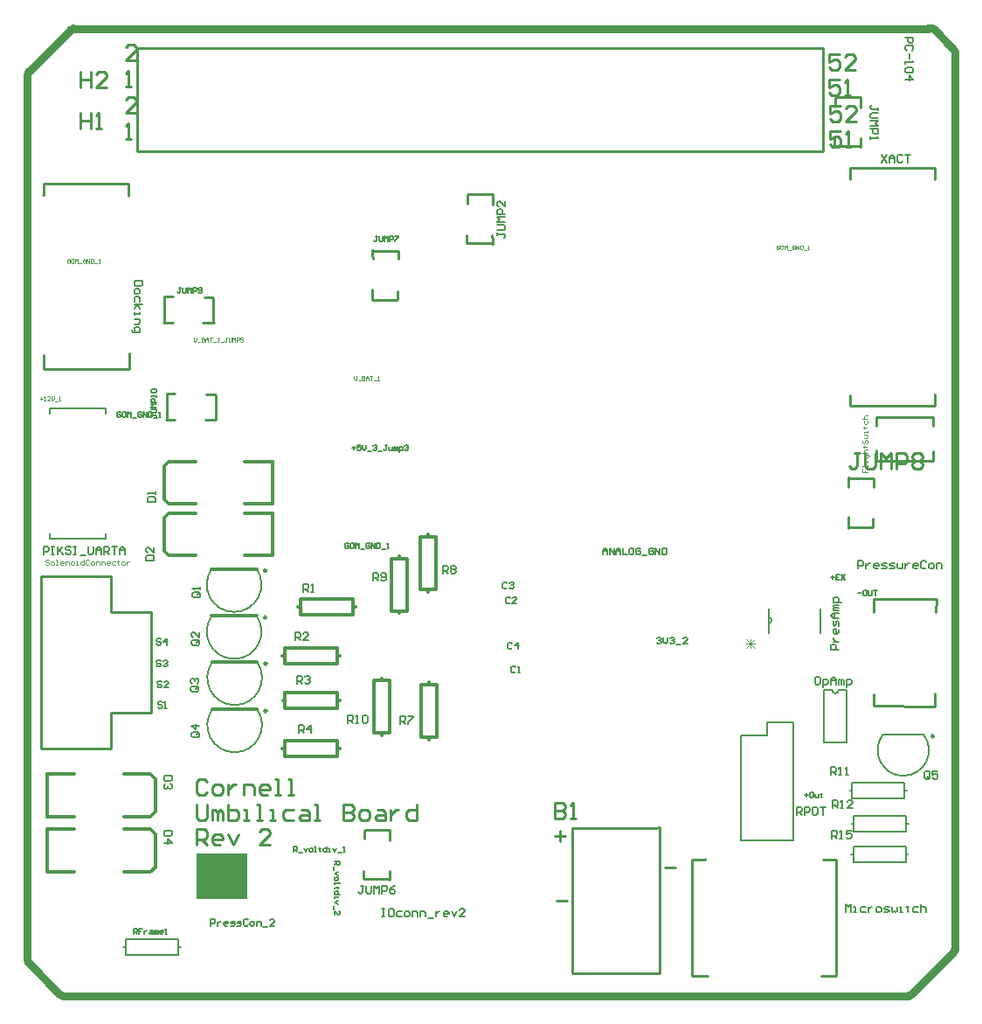
<source format=gto>
G04 Layer_Color=65535*
%FSLAX43Y43*%
%MOMM*%
G71*
G01*
G75*
%ADD22C,0.305*%
%ADD23C,0.762*%
%ADD24C,0.762*%
%ADD42C,0.254*%
%ADD71C,0.152*%
%ADD72C,0.250*%
%ADD73C,0.200*%
%ADD74C,0.127*%
%ADD75C,0.076*%
%ADD76C,0.102*%
%ADD77R,4.877X4.445*%
D22*
X18225Y28520D02*
X22567D01*
X18225Y33092D02*
X22567D01*
X18175Y37563D02*
X22516D01*
X18175Y42109D02*
X22516D01*
X34671Y25984D02*
Y26213D01*
Y31293D02*
Y31521D01*
X33909Y26213D02*
X34671D01*
X33909D02*
Y31293D01*
X35433D01*
Y26213D02*
Y31293D01*
X34671Y26213D02*
X35433D01*
X36347Y37821D02*
Y38049D01*
Y43129D02*
Y43358D01*
X35585Y38049D02*
X36347D01*
X35585D02*
Y43129D01*
X37109D01*
Y38049D02*
Y43129D01*
X36347Y38049D02*
X37109D01*
X39167Y39903D02*
Y40132D01*
Y45212D02*
Y45441D01*
X38405Y40132D02*
X39167D01*
X38405D02*
Y45212D01*
X39929D01*
Y40132D02*
Y45212D01*
X39167Y40132D02*
X39929D01*
X39192Y30912D02*
Y31140D01*
Y25603D02*
Y25832D01*
Y30912D02*
X39954D01*
Y25832D02*
Y30912D01*
X38430Y25832D02*
X39954D01*
X38430D02*
Y30912D01*
X39192D01*
X14024Y48394D02*
X16624D01*
X13574Y48844D02*
Y52044D01*
X24074Y48394D02*
Y52494D01*
X21374D02*
X24074D01*
X21374Y48394D02*
X24074D01*
X13574Y48844D02*
X14024Y48389D01*
X13574Y52044D02*
X14024Y52494D01*
X16624D01*
X14024Y43391D02*
X16624D01*
X13574Y43841D02*
Y47041D01*
X24074Y43391D02*
Y47491D01*
X21374D02*
X24074D01*
X21374Y43391D02*
X24074D01*
X13574Y43841D02*
X14024Y43386D01*
X13574Y47041D02*
X14024Y47491D01*
X16624D01*
X9639Y22243D02*
X12239D01*
X12689Y18593D02*
Y21793D01*
X2189Y18143D02*
Y22243D01*
Y18143D02*
X4889D01*
X2189Y22243D02*
X4889D01*
X12239Y22248D02*
X12689Y21793D01*
X12239Y18143D02*
X12689Y18593D01*
X9639Y18143D02*
X12239D01*
X9639Y16884D02*
X12239D01*
X12689Y13234D02*
Y16434D01*
X2189Y12784D02*
Y16884D01*
Y12784D02*
X4889D01*
X2189Y16884D02*
X4889D01*
X12239Y16889D02*
X12689Y16434D01*
X12239Y12784D02*
X12689Y13234D01*
X9639Y12784D02*
X12239D01*
X26797Y37668D02*
Y38430D01*
Y37668D02*
X31877D01*
Y39192D01*
X26797D02*
X31877D01*
X26797Y38430D02*
Y39192D01*
X31877Y38430D02*
X32106D01*
X26568D02*
X26797D01*
X25273Y32969D02*
Y33731D01*
Y32969D02*
X30353D01*
Y34493D01*
X25273D02*
X30353D01*
X25273Y33731D02*
Y34493D01*
X30353Y33731D02*
X30582D01*
X25044D02*
X25273D01*
X25298Y28600D02*
Y29362D01*
Y28600D02*
X30378D01*
Y30124D01*
X25298D02*
X30378D01*
X25298Y29362D02*
Y30124D01*
X30378Y29362D02*
X30607D01*
X25070D02*
X25298D01*
X25248Y23952D02*
Y24714D01*
Y23952D02*
X30328D01*
Y25476D01*
X25248D02*
X30328D01*
X25248Y24714D02*
Y25476D01*
X30328Y24714D02*
X30556D01*
X25019D02*
X25248D01*
D23*
X90170Y92202D02*
G03*
X90058Y92472I-381J0D01*
G01*
X90170Y92202D02*
G03*
X90058Y92471I-381J0D01*
G01*
X88154Y94376D02*
G03*
X87694Y94437I-270J-269D01*
G01*
X88153Y94376D02*
G03*
X87694Y94437I-269J-269D01*
G01*
X90058Y4988D02*
G03*
X90170Y5258I-269J269D01*
G01*
X90058Y4988D02*
G03*
X90170Y5258I-269J270D01*
G01*
X85700Y787D02*
G03*
X85969Y899I0J381D01*
G01*
X85700Y787D02*
G03*
X85969Y899I0J381D01*
G01*
X4775Y94437D02*
G03*
X4506Y94326I0J-381D01*
G01*
X4775Y94437D02*
G03*
X4505Y94325I0J-381D01*
G01*
X417Y90237D02*
G03*
X305Y89967I269J-270D01*
G01*
X416Y90236D02*
G03*
X305Y89967I269J-269D01*
G01*
X3464Y899D02*
G03*
X3734Y787I269J269D01*
G01*
X305Y4216D02*
G03*
X416Y3947I381J0D01*
G01*
X305Y4216D02*
G03*
X417Y3947I381J0D01*
G01*
X3464Y899D02*
G03*
X3734Y787I270J269D01*
G01*
X3439Y925D02*
G03*
X3439Y924I270J269D01*
G01*
X88153Y94376D02*
X88154Y94376D01*
X90058Y92472D01*
X90058Y92471D01*
X90170Y91821D02*
Y92202D01*
Y5258D02*
Y91821D01*
X90058Y4988D02*
X90058Y4988D01*
X85969Y899D02*
X90058Y4988D01*
X85969Y899D02*
X85969Y899D01*
X84506Y787D02*
X85700D01*
X4801Y94437D02*
X87694D01*
X4775D02*
X4801D01*
X4505Y94325D02*
X4506Y94326D01*
X417Y90237D02*
X4505Y94325D01*
X416Y90236D02*
X417Y90237D01*
X305Y4216D02*
Y89967D01*
X3734Y787D02*
X84506D01*
X416Y3947D02*
X417Y3947D01*
X3439Y925D01*
X3439Y924D01*
X3439Y924D01*
X3464Y899D01*
X3464Y899D01*
D24*
X3439Y924D02*
D03*
D42*
X45369Y77339D02*
Y78364D01*
X45344Y78389D02*
X45369Y78364D01*
X45294Y73614D02*
X45369Y73539D01*
Y74164D01*
X45344Y74189D02*
X45369Y74164D01*
X45344Y74189D02*
Y74414D01*
X42869Y73614D02*
X45294D01*
X42869D02*
Y74414D01*
X43019Y78364D02*
X45369D01*
X42944Y78289D02*
X43019Y78364D01*
X42944Y77489D02*
Y78289D01*
X78631Y86887D02*
Y87687D01*
X78706Y87762D01*
X81056D01*
X78556Y83012D02*
Y83812D01*
Y83012D02*
X80981D01*
X81031Y83587D02*
Y83812D01*
Y83587D02*
X81056Y83562D01*
Y82937D02*
Y83562D01*
X80981Y83012D02*
X81056Y82937D01*
X81031Y87787D02*
X81056Y87762D01*
Y86737D02*
Y87762D01*
X35412Y15820D02*
Y16845D01*
X35387Y16870D02*
X35412Y16845D01*
X35337Y12095D02*
X35412Y12020D01*
Y12645D01*
X35387Y12670D02*
X35412Y12645D01*
X35387Y12670D02*
Y12895D01*
X32912Y12095D02*
X35337D01*
X32912D02*
Y12895D01*
X33062Y16845D02*
X35412D01*
X32987Y16770D02*
X33062Y16845D01*
X32987Y15970D02*
Y16770D01*
X77275Y2683D02*
X78705D01*
Y13958D01*
X77450D02*
X78705D01*
X77450Y13933D02*
Y13958D01*
X64725Y2683D02*
X66200D01*
X64725D02*
Y13983D01*
X65950D01*
Y14008D01*
X80011Y79869D02*
Y80919D01*
X88281D01*
Y79869D02*
Y80919D01*
X80011Y57919D02*
Y58919D01*
Y57919D02*
X88281D01*
Y58969D01*
X82317Y28834D02*
Y29959D01*
Y28834D02*
X88267Y28809D01*
X88242Y30009D02*
X88267Y28809D01*
X82292Y37934D02*
Y39234D01*
X88392D01*
X88367Y37934D02*
X88392Y39234D01*
X1824Y78295D02*
X1854D01*
Y79445D01*
X10104D01*
Y78220D02*
Y79445D01*
X1899Y61445D02*
Y62795D01*
Y61445D02*
X10104D01*
X10149D01*
Y63020D01*
X82541Y52595D02*
Y53545D01*
Y52595D02*
X88066D01*
Y53495D01*
X88091D01*
X82591Y55920D02*
Y56845D01*
X88066D01*
Y55970D02*
Y56845D01*
Y55970D02*
X88091D01*
X61153Y17032D02*
X61578Y17082D01*
Y2957D02*
Y17082D01*
X53103Y2957D02*
X61578D01*
X53103D02*
Y17032D01*
X61153D01*
X17522Y56561D02*
X18547D01*
X18572Y56586D01*
X13722Y56561D02*
X13797Y56636D01*
X13722Y56561D02*
X14347D01*
X14372Y56586D01*
X14597D01*
X13797Y56636D02*
Y59061D01*
X14597D01*
X18547Y56561D02*
Y58911D01*
X18472Y58986D02*
X18547Y58911D01*
X17672Y58986D02*
X18472D01*
X17319Y65959D02*
X18344D01*
X18369Y65984D01*
X13519Y65959D02*
X13594Y66034D01*
X13519Y65959D02*
X14144D01*
X14169Y65984D01*
X14394D01*
X13594Y66034D02*
Y68459D01*
X14394D01*
X18344Y65959D02*
Y68309D01*
X18269Y68384D02*
X18344Y68309D01*
X17469Y68384D02*
X18269D01*
X79853Y46096D02*
Y47121D01*
Y46096D02*
X79878Y46071D01*
X79853Y50921D02*
X79928Y50846D01*
X79853Y50296D02*
Y50921D01*
Y50296D02*
X79878Y50271D01*
Y50046D02*
Y50271D01*
X79928Y50846D02*
X82353D01*
Y50046D02*
Y50846D01*
X79853Y46096D02*
X82203D01*
X82278Y46171D01*
Y46971D01*
X33752Y68143D02*
Y69168D01*
Y68143D02*
X33777Y68118D01*
X33752Y72968D02*
X33827Y72893D01*
X33752Y72343D02*
Y72968D01*
Y72343D02*
X33777Y72318D01*
Y72093D02*
Y72318D01*
X33827Y72893D02*
X36252D01*
Y72093D02*
Y72893D01*
X33752Y68143D02*
X36102D01*
X36177Y68218D01*
Y69018D01*
X10921Y92554D02*
X77421D01*
Y82554D02*
Y92554D01*
X10921Y82554D02*
X77421D01*
X10921D02*
Y92554D01*
X17729Y21512D02*
X17475Y21766D01*
X16967D01*
X16713Y21512D01*
Y20497D01*
X16967Y20243D01*
X17475D01*
X17729Y20497D01*
X18491Y20243D02*
X18998D01*
X19252Y20497D01*
Y21004D01*
X18998Y21258D01*
X18491D01*
X18237Y21004D01*
Y20497D01*
X18491Y20243D01*
X19760Y21258D02*
Y20243D01*
Y20750D01*
X20014Y21004D01*
X20268Y21258D01*
X20522D01*
X21284Y20243D02*
Y21258D01*
X22045D01*
X22299Y21004D01*
Y20243D01*
X23569D02*
X23061D01*
X22807Y20497D01*
Y21004D01*
X23061Y21258D01*
X23569D01*
X23823Y21004D01*
Y20750D01*
X22807D01*
X24331Y20243D02*
X24839D01*
X24585D01*
Y21766D01*
X24331D01*
X25600Y20243D02*
X26108D01*
X25854D01*
Y21766D01*
X25600D01*
X16713Y19328D02*
Y18059D01*
X16967Y17805D01*
X17475D01*
X17729Y18059D01*
Y19328D01*
X18237Y17805D02*
Y18820D01*
X18491D01*
X18745Y18567D01*
Y17805D01*
Y18567D01*
X18998Y18820D01*
X19252Y18567D01*
Y17805D01*
X19760Y19328D02*
Y17805D01*
X20522D01*
X20776Y18059D01*
Y18313D01*
Y18567D01*
X20522Y18820D01*
X19760D01*
X21284Y17805D02*
X21792D01*
X21538D01*
Y18820D01*
X21284D01*
X22553Y17805D02*
X23061D01*
X22807D01*
Y19328D01*
X22553D01*
X23823Y17805D02*
X24331D01*
X24077D01*
Y18820D01*
X23823D01*
X26108D02*
X25346D01*
X25092Y18567D01*
Y18059D01*
X25346Y17805D01*
X26108D01*
X26870Y18820D02*
X27378D01*
X27632Y18567D01*
Y17805D01*
X26870D01*
X26616Y18059D01*
X26870Y18313D01*
X27632D01*
X28139Y17805D02*
X28647D01*
X28393D01*
Y19328D01*
X28139D01*
X30933D02*
Y17805D01*
X31694D01*
X31948Y18059D01*
Y18313D01*
X31694Y18567D01*
X30933D01*
X31694D01*
X31948Y18820D01*
Y19074D01*
X31694Y19328D01*
X30933D01*
X32710Y17805D02*
X33218D01*
X33472Y18059D01*
Y18567D01*
X33218Y18820D01*
X32710D01*
X32456Y18567D01*
Y18059D01*
X32710Y17805D01*
X34234Y18820D02*
X34741D01*
X34995Y18567D01*
Y17805D01*
X34234D01*
X33980Y18059D01*
X34234Y18313D01*
X34995D01*
X35503Y18820D02*
Y17805D01*
Y18313D01*
X35757Y18567D01*
X36011Y18820D01*
X36265D01*
X38042Y19328D02*
Y17805D01*
X37281D01*
X37027Y18059D01*
Y18567D01*
X37281Y18820D01*
X38042D01*
X16713Y15367D02*
Y16891D01*
X17475D01*
X17729Y16637D01*
Y16129D01*
X17475Y15875D01*
X16713D01*
X17221D02*
X17729Y15367D01*
X18998D02*
X18491D01*
X18237Y15621D01*
Y16129D01*
X18491Y16383D01*
X18998D01*
X19252Y16129D01*
Y15875D01*
X18237D01*
X19760Y16383D02*
X20268Y15367D01*
X20776Y16383D01*
X23823Y15367D02*
X22807D01*
X23823Y16383D01*
Y16637D01*
X23569Y16891D01*
X23061D01*
X22807Y16637D01*
X51397Y19494D02*
Y17971D01*
X52159D01*
X52413Y18224D01*
Y18478D01*
X52159Y18732D01*
X51397D01*
X52159D01*
X52413Y18986D01*
Y19240D01*
X52159Y19494D01*
X51397D01*
X52920Y17971D02*
X53428D01*
X53174D01*
Y19494D01*
X52920Y19240D01*
X80988Y53327D02*
X80480D01*
X80734D01*
Y52057D01*
X80480Y51803D01*
X80226D01*
X79972Y52057D01*
X81495Y53327D02*
Y52057D01*
X81749Y51803D01*
X82257D01*
X82511Y52057D01*
Y53327D01*
X83019Y51803D02*
Y53327D01*
X83527Y52819D01*
X84035Y53327D01*
Y51803D01*
X84542D02*
Y53327D01*
X85304D01*
X85558Y53073D01*
Y52565D01*
X85304Y52311D01*
X84542D01*
X86066Y53073D02*
X86320Y53327D01*
X86828D01*
X87082Y53073D01*
Y52819D01*
X86828Y52565D01*
X87082Y52311D01*
Y52057D01*
X86828Y51803D01*
X86320D01*
X86066Y52057D01*
Y52311D01*
X86320Y52565D01*
X86066Y52819D01*
Y53073D01*
X86320Y52565D02*
X86828D01*
X51403Y16219D02*
X52419D01*
X51911Y16726D02*
Y15711D01*
X62128Y13169D02*
X63144D01*
X51553Y9994D02*
X52569D01*
X5421Y86267D02*
Y84744D01*
Y85506D01*
X6436D01*
Y86267D01*
Y84744D01*
X6944D02*
X7452D01*
X7198D01*
Y86267D01*
X6944Y86013D01*
X5421Y90267D02*
Y88744D01*
Y89506D01*
X6436D01*
Y90267D01*
Y88744D01*
X7960D02*
X6944D01*
X7960Y89759D01*
Y90013D01*
X7706Y90267D01*
X7198D01*
X6944Y90013D01*
X9881Y83744D02*
X10388D01*
X10135D01*
Y85267D01*
X9881Y85013D01*
X10896Y86284D02*
X9881D01*
X10896Y87299D01*
Y87553D01*
X10642Y87807D01*
X10135D01*
X9881Y87553D01*
Y88824D02*
X10388D01*
X10135D01*
Y90347D01*
X9881Y90093D01*
X10896Y91364D02*
X9881D01*
X10896Y92379D01*
Y92633D01*
X10642Y92887D01*
X10135D01*
X9881Y92633D01*
X79136Y84467D02*
X78121D01*
Y83706D01*
X78628Y83959D01*
X78882D01*
X79136Y83706D01*
Y83198D01*
X78882Y82944D01*
X78375D01*
X78121Y83198D01*
X79644Y82944D02*
X80152D01*
X79898D01*
Y84467D01*
X79644Y84213D01*
X79136Y86967D02*
X78121D01*
Y86206D01*
X78628Y86459D01*
X78882D01*
X79136Y86206D01*
Y85698D01*
X78882Y85444D01*
X78375D01*
X78121Y85698D01*
X80660Y85444D02*
X79644D01*
X80660Y86459D01*
Y86713D01*
X80406Y86967D01*
X79898D01*
X79644Y86713D01*
X79036Y89467D02*
X78021D01*
Y88706D01*
X78528Y88959D01*
X78782D01*
X79036Y88706D01*
Y88198D01*
X78782Y87944D01*
X78275D01*
X78021Y88198D01*
X79544Y87944D02*
X80052D01*
X79798D01*
Y89467D01*
X79544Y89213D01*
X79036Y91967D02*
X78021D01*
Y91206D01*
X78528Y91459D01*
X78782D01*
X79036Y91206D01*
Y90698D01*
X78782Y90444D01*
X78275D01*
X78021Y90698D01*
X80560Y90444D02*
X79544D01*
X80560Y91459D01*
Y91713D01*
X80306Y91967D01*
X79798D01*
X79544Y91713D01*
D71*
X72123Y36805D02*
G03*
X72123Y37414I0J305D01*
G01*
Y35930D02*
Y38289D01*
X77127Y35930D02*
Y38289D01*
D72*
X23524Y28371D02*
G03*
X23524Y28371I-125J0D01*
G01*
Y32943D02*
G03*
X23524Y32943I-125J0D01*
G01*
X23473Y37414D02*
G03*
X23473Y37414I-125J0D01*
G01*
Y41960D02*
G03*
X23473Y41960I-125J0D01*
G01*
X88147Y25912D02*
G03*
X88147Y25912I-125J0D01*
G01*
X1629Y24710D02*
Y41380D01*
X8419D01*
Y37905D02*
Y41380D01*
Y37905D02*
X12309D01*
Y28185D02*
Y37905D01*
X8419Y28185D02*
X12309D01*
X8419Y24710D02*
Y28185D01*
X1629Y24710D02*
X8419D01*
D73*
X18225Y28520D02*
G03*
X22567Y28520I2171J-1520D01*
G01*
X18225Y33092D02*
G03*
X22567Y33092I2171J-1520D01*
G01*
X18175Y37563D02*
G03*
X22516Y37563I2171J-1520D01*
G01*
X18175Y42109D02*
G03*
X22516Y42109I2171J-1520D01*
G01*
X83212Y26062D02*
G03*
X87172Y26062I1980J-1500D01*
G01*
X78303Y30378D02*
G03*
X78938Y30378I317J0D01*
G01*
X69494Y15824D02*
X74574D01*
Y27254D01*
X72034D02*
X74574D01*
X72034Y25984D02*
Y27254D01*
X69494Y25984D02*
X72034D01*
X69494Y15824D02*
Y25984D01*
X83212Y26062D02*
X87172D01*
X85319Y20625D02*
Y21387D01*
X80239D02*
X85319D01*
X80239Y19863D02*
Y21387D01*
Y19863D02*
X85319D01*
Y20625D01*
X80010D02*
X80239D01*
X85319D02*
X85547D01*
X80416Y16637D02*
Y17399D01*
Y16637D02*
X85496D01*
Y18161D01*
X80416D02*
X85496D01*
X80416Y17399D02*
Y18161D01*
X85496Y17399D02*
X85725D01*
X80188D02*
X80416D01*
X80340Y13691D02*
Y14453D01*
Y13691D02*
X85420D01*
Y15215D01*
X80340D02*
X85420D01*
X80340Y14453D02*
Y15215D01*
X85420Y14453D02*
X85649D01*
X80112D02*
X80340D01*
X77506Y25298D02*
Y30378D01*
Y25298D02*
X79736D01*
Y30378D01*
X78938D02*
X79736D01*
X77506D02*
X78303D01*
X2442Y45055D02*
Y45555D01*
Y45055D02*
X7942D01*
Y45555D01*
X2442Y57155D02*
Y57655D01*
X7942D01*
Y57155D02*
Y57655D01*
X9627Y5461D02*
X9855D01*
X14935D02*
X15164D01*
X9855D02*
Y6223D01*
X14935D01*
Y4699D02*
Y6223D01*
X9855Y4699D02*
X14935D01*
X9855D02*
Y5461D01*
D74*
X32918Y11430D02*
X32664D01*
X32791D01*
Y10795D01*
X32664Y10668D01*
X32537D01*
X32410Y10795D01*
X33172Y11430D02*
Y10795D01*
X33299Y10668D01*
X33553D01*
X33680Y10795D01*
Y11430D01*
X33934Y10668D02*
Y11430D01*
X34188Y11176D01*
X34442Y11430D01*
Y10668D01*
X34696D02*
Y11430D01*
X35077D01*
X35203Y11303D01*
Y11049D01*
X35077Y10922D01*
X34696D01*
X35965Y11430D02*
X35711Y11303D01*
X35457Y11049D01*
Y10795D01*
X35584Y10668D01*
X35838D01*
X35965Y10795D01*
Y10922D01*
X35838Y11049D01*
X35457D01*
X74854Y18288D02*
Y19050D01*
X75235D01*
X75362Y18923D01*
Y18669D01*
X75235Y18542D01*
X74854D01*
X75108D02*
X75362Y18288D01*
X75616D02*
Y19050D01*
X75996D01*
X76123Y18923D01*
Y18669D01*
X75996Y18542D01*
X75616D01*
X76758Y19050D02*
X76504D01*
X76377Y18923D01*
Y18415D01*
X76504Y18288D01*
X76758D01*
X76885Y18415D01*
Y18923D01*
X76758Y19050D01*
X77139D02*
X77647D01*
X77393D01*
Y18288D01*
X78283Y16002D02*
Y16764D01*
X78663D01*
X78790Y16637D01*
Y16383D01*
X78663Y16256D01*
X78283D01*
X78537D02*
X78790Y16002D01*
X79044D02*
X79298D01*
X79171D01*
Y16764D01*
X79044Y16637D01*
X80187Y16764D02*
X79679D01*
Y16383D01*
X79933Y16510D01*
X80060D01*
X80187Y16383D01*
Y16129D01*
X80060Y16002D01*
X79806D01*
X79679Y16129D01*
X78359Y18948D02*
Y19710D01*
X78740D01*
X78867Y19583D01*
Y19329D01*
X78740Y19202D01*
X78359D01*
X78613D02*
X78867Y18948D01*
X79121D02*
X79374D01*
X79248D01*
Y19710D01*
X79121Y19583D01*
X80263Y18948D02*
X79755D01*
X80263Y19456D01*
Y19583D01*
X80136Y19710D01*
X79882D01*
X79755Y19583D01*
X78181Y22174D02*
Y22936D01*
X78562D01*
X78689Y22809D01*
Y22555D01*
X78562Y22428D01*
X78181D01*
X78435D02*
X78689Y22174D01*
X78943D02*
X79197D01*
X79070D01*
Y22936D01*
X78943Y22809D01*
X79578Y22174D02*
X79831D01*
X79705D01*
Y22936D01*
X79578Y22809D01*
X87782Y21920D02*
Y22428D01*
X87655Y22555D01*
X87401D01*
X87274Y22428D01*
Y21920D01*
X87401Y21793D01*
X87655D01*
X87528Y22047D02*
X87782Y21793D01*
X87655D02*
X87782Y21920D01*
X88544Y22555D02*
X88036D01*
Y22174D01*
X88290Y22301D01*
X88417D01*
X88544Y22174D01*
Y21920D01*
X88417Y21793D01*
X88163D01*
X88036Y21920D01*
X80823Y42139D02*
Y42900D01*
X81204D01*
X81331Y42773D01*
Y42519D01*
X81204Y42393D01*
X80823D01*
X81585Y42646D02*
Y42139D01*
Y42393D01*
X81712Y42519D01*
X81838Y42646D01*
X81965D01*
X82727Y42139D02*
X82473D01*
X82346Y42266D01*
Y42519D01*
X82473Y42646D01*
X82727D01*
X82854Y42519D01*
Y42393D01*
X82346D01*
X83108Y42139D02*
X83489D01*
X83616Y42266D01*
X83489Y42393D01*
X83235D01*
X83108Y42519D01*
X83235Y42646D01*
X83616D01*
X83870Y42139D02*
X84251D01*
X84378Y42266D01*
X84251Y42393D01*
X83997D01*
X83870Y42519D01*
X83997Y42646D01*
X84378D01*
X84632D02*
Y42266D01*
X84759Y42139D01*
X85139D01*
Y42646D01*
X85393D02*
Y42139D01*
Y42393D01*
X85520Y42519D01*
X85647Y42646D01*
X85774D01*
X86536Y42139D02*
X86282D01*
X86155Y42266D01*
Y42519D01*
X86282Y42646D01*
X86536D01*
X86663Y42519D01*
Y42393D01*
X86155D01*
X87425Y42773D02*
X87298Y42900D01*
X87044D01*
X86917Y42773D01*
Y42266D01*
X87044Y42139D01*
X87298D01*
X87425Y42266D01*
X87806Y42139D02*
X88059D01*
X88186Y42266D01*
Y42519D01*
X88059Y42646D01*
X87806D01*
X87679Y42519D01*
Y42266D01*
X87806Y42139D01*
X88440D02*
Y42646D01*
X88821D01*
X88948Y42519D01*
Y42139D01*
X78918Y34315D02*
X78156D01*
Y34696D01*
X78283Y34823D01*
X78537D01*
X78664Y34696D01*
Y34315D01*
X78410Y35077D02*
X78918D01*
X78664D01*
X78537Y35204D01*
X78410Y35331D01*
Y35458D01*
X78918Y36220D02*
Y35966D01*
X78791Y35839D01*
X78537D01*
X78410Y35966D01*
Y36220D01*
X78537Y36347D01*
X78664D01*
Y35839D01*
X78918Y36601D02*
Y36982D01*
X78791Y37109D01*
X78664Y36982D01*
Y36728D01*
X78537Y36601D01*
X78410Y36728D01*
Y37109D01*
X78918Y37362D02*
X78410D01*
X78156Y37616D01*
X78410Y37870D01*
X78918D01*
X78537D01*
Y37362D01*
X78918Y38124D02*
X78410D01*
Y38251D01*
X78537Y38378D01*
X78918D01*
X78537D01*
X78410Y38505D01*
X78537Y38632D01*
X78918D01*
X79172Y38886D02*
X78410D01*
Y39267D01*
X78537Y39394D01*
X78791D01*
X78918Y39267D01*
Y38886D01*
X77013Y31699D02*
X76759D01*
X76632Y31572D01*
Y31064D01*
X76759Y30937D01*
X77013D01*
X77140Y31064D01*
Y31572D01*
X77013Y31699D01*
X77394Y30683D02*
Y31445D01*
X77774D01*
X77901Y31318D01*
Y31064D01*
X77774Y30937D01*
X77394D01*
X78155D02*
Y31445D01*
X78409Y31699D01*
X78663Y31445D01*
Y30937D01*
Y31318D01*
X78155D01*
X78917Y30937D02*
Y31445D01*
X79044D01*
X79171Y31318D01*
Y30937D01*
Y31318D01*
X79298Y31445D01*
X79425Y31318D01*
Y30937D01*
X79679Y30683D02*
Y31445D01*
X80060D01*
X80187Y31318D01*
Y31064D01*
X80060Y30937D01*
X79679D01*
X26619Y26238D02*
Y27000D01*
X27000D01*
X27127Y26873D01*
Y26619D01*
X27000Y26492D01*
X26619D01*
X26873D02*
X27127Y26238D01*
X27762D02*
Y27000D01*
X27381Y26619D01*
X27889D01*
X26441Y31013D02*
Y31775D01*
X26822D01*
X26949Y31648D01*
Y31394D01*
X26822Y31267D01*
X26441D01*
X26695D02*
X26949Y31013D01*
X27203Y31648D02*
X27330Y31775D01*
X27584D01*
X27711Y31648D01*
Y31521D01*
X27584Y31394D01*
X27457D01*
X27584D01*
X27711Y31267D01*
Y31140D01*
X27584Y31013D01*
X27330D01*
X27203Y31140D01*
X26238Y35204D02*
Y35966D01*
X26619D01*
X26746Y35839D01*
Y35585D01*
X26619Y35458D01*
X26238D01*
X26492D02*
X26746Y35204D01*
X27508D02*
X27000D01*
X27508Y35712D01*
Y35839D01*
X27381Y35966D01*
X27127D01*
X27000Y35839D01*
X27076Y39878D02*
Y40640D01*
X27457D01*
X27584Y40513D01*
Y40259D01*
X27457Y40132D01*
X27076D01*
X27330D02*
X27584Y39878D01*
X27838D02*
X28092D01*
X27965D01*
Y40640D01*
X27838Y40513D01*
X14313Y16726D02*
X13551D01*
Y16345D01*
X13678Y16218D01*
X14186D01*
X14313Y16345D01*
Y16726D01*
X13551Y15583D02*
X14313D01*
X13932Y15964D01*
Y15456D01*
X14313Y22085D02*
X13551D01*
Y21704D01*
X13678Y21577D01*
X14186D01*
X14313Y21704D01*
Y22085D01*
X14186Y21324D02*
X14313Y21197D01*
Y20943D01*
X14186Y20816D01*
X14059D01*
X13932Y20943D01*
Y21070D01*
Y20943D01*
X13805Y20816D01*
X13678D01*
X13551Y20943D01*
Y21197D01*
X13678Y21324D01*
X11799Y42951D02*
X12560D01*
Y43332D01*
X12433Y43459D01*
X11925D01*
X11799Y43332D01*
Y42951D01*
X12560Y44221D02*
Y43713D01*
X12052Y44221D01*
X11925D01*
X11799Y44094D01*
Y43840D01*
X11925Y43713D01*
X11951Y48552D02*
X12713D01*
Y48933D01*
X12586Y49060D01*
X12078D01*
X11951Y48933D01*
Y48552D01*
X12713Y49314D02*
Y49568D01*
Y49441D01*
X11951D01*
X12078Y49314D01*
X36449Y27102D02*
Y27864D01*
X36830D01*
X36957Y27737D01*
Y27483D01*
X36830Y27356D01*
X36449D01*
X36703D02*
X36957Y27102D01*
X37211Y27864D02*
X37719D01*
Y27737D01*
X37211Y27229D01*
Y27102D01*
X40564Y41656D02*
Y42418D01*
X40945D01*
X41072Y42291D01*
Y42037D01*
X40945Y41910D01*
X40564D01*
X40818D02*
X41072Y41656D01*
X41326Y42291D02*
X41453Y42418D01*
X41706D01*
X41833Y42291D01*
Y42164D01*
X41706Y42037D01*
X41833Y41910D01*
Y41783D01*
X41706Y41656D01*
X41453D01*
X41326Y41783D01*
Y41910D01*
X41453Y42037D01*
X41326Y42164D01*
Y42291D01*
X41453Y42037D02*
X41706D01*
X33782Y40945D02*
Y41707D01*
X34163D01*
X34290Y41580D01*
Y41326D01*
X34163Y41199D01*
X33782D01*
X34036D02*
X34290Y40945D01*
X34544Y41072D02*
X34671Y40945D01*
X34925D01*
X35052Y41072D01*
Y41580D01*
X34925Y41707D01*
X34671D01*
X34544Y41580D01*
Y41453D01*
X34671Y41326D01*
X35052D01*
X31369Y27178D02*
Y27940D01*
X31750D01*
X31877Y27813D01*
Y27559D01*
X31750Y27432D01*
X31369D01*
X31623D02*
X31877Y27178D01*
X32131D02*
X32385D01*
X32258D01*
Y27940D01*
X32131Y27813D01*
X32766D02*
X32893Y27940D01*
X33146D01*
X33273Y27813D01*
Y27305D01*
X33146Y27178D01*
X32893D01*
X32766Y27305D01*
Y27813D01*
X16942Y39852D02*
X16434D01*
X16307Y39725D01*
Y39472D01*
X16434Y39345D01*
X16942D01*
X17069Y39472D01*
Y39725D01*
X16815Y39599D02*
X17069Y39852D01*
Y39725D02*
X16942Y39852D01*
X17069Y40106D02*
Y40360D01*
Y40233D01*
X16307D01*
X16434Y40106D01*
X16866Y35230D02*
X16358D01*
X16231Y35103D01*
Y34849D01*
X16358Y34722D01*
X16866D01*
X16993Y34849D01*
Y35103D01*
X16739Y34976D02*
X16993Y35230D01*
Y35103D02*
X16866Y35230D01*
X16993Y35991D02*
Y35484D01*
X16485Y35991D01*
X16358D01*
X16231Y35864D01*
Y35611D01*
X16358Y35484D01*
X16789Y30734D02*
X16282D01*
X16155Y30607D01*
Y30353D01*
X16282Y30226D01*
X16789D01*
X16916Y30353D01*
Y30607D01*
X16662Y30480D02*
X16916Y30734D01*
Y30607D02*
X16789Y30734D01*
X16282Y30988D02*
X16155Y31115D01*
Y31369D01*
X16282Y31496D01*
X16409D01*
X16536Y31369D01*
Y31242D01*
Y31369D01*
X16662Y31496D01*
X16789D01*
X16916Y31369D01*
Y31115D01*
X16789Y30988D01*
X16840Y26289D02*
X16332D01*
X16205Y26162D01*
Y25908D01*
X16332Y25781D01*
X16840D01*
X16967Y25908D01*
Y26162D01*
X16713Y26035D02*
X16967Y26289D01*
Y26162D02*
X16840Y26289D01*
X16967Y26924D02*
X16205D01*
X16586Y26543D01*
Y27051D01*
X11430Y69977D02*
X10668D01*
Y69596D01*
X10795Y69469D01*
X11303D01*
X11430Y69596D01*
Y69977D01*
X10668Y69088D02*
Y68834D01*
X10795Y68707D01*
X11049D01*
X11176Y68834D01*
Y69088D01*
X11049Y69215D01*
X10795D01*
X10668Y69088D01*
X11176Y67946D02*
Y68327D01*
X11049Y68453D01*
X10795D01*
X10668Y68327D01*
Y67946D01*
Y67692D02*
X11430D01*
X10922D02*
X11176Y67311D01*
X10922Y67692D02*
X10668Y67311D01*
Y66930D02*
Y66676D01*
Y66803D01*
X11176D01*
Y66930D01*
X10668Y66295D02*
X11176D01*
Y65914D01*
X11049Y65787D01*
X10668D01*
X10414Y65280D02*
Y65153D01*
X10541Y65026D01*
X11176D01*
Y65406D01*
X11049Y65533D01*
X10795D01*
X10668Y65406D01*
Y65026D01*
X83109Y82220D02*
X83617Y81458D01*
Y82220D02*
X83109Y81458D01*
X83871D02*
Y81966D01*
X84124Y82220D01*
X84378Y81966D01*
Y81458D01*
Y81839D01*
X83871D01*
X85140Y82093D02*
X85013Y82220D01*
X84759D01*
X84632Y82093D01*
Y81585D01*
X84759Y81458D01*
X85013D01*
X85140Y81585D01*
X85394Y82220D02*
X85902D01*
X85648D01*
Y81458D01*
X1880Y43536D02*
Y44297D01*
X2260D01*
X2387Y44170D01*
Y43916D01*
X2260Y43790D01*
X1880D01*
X2641Y44297D02*
X2895D01*
X2768D01*
Y43536D01*
X2641D01*
X2895D01*
X3276Y44297D02*
Y43536D01*
Y43790D01*
X3784Y44297D01*
X3403Y43916D01*
X3784Y43536D01*
X4546Y44170D02*
X4419Y44297D01*
X4165D01*
X4038Y44170D01*
Y44043D01*
X4165Y43916D01*
X4419D01*
X4546Y43790D01*
Y43663D01*
X4419Y43536D01*
X4165D01*
X4038Y43663D01*
X4800Y44297D02*
X5054D01*
X4927D01*
Y43536D01*
X4800D01*
X5054D01*
X5434Y43409D02*
X5942D01*
X6196Y44297D02*
Y43663D01*
X6323Y43536D01*
X6577D01*
X6704Y43663D01*
Y44297D01*
X6958Y43536D02*
Y44043D01*
X7212Y44297D01*
X7466Y44043D01*
Y43536D01*
Y43916D01*
X6958D01*
X7720Y43536D02*
Y44297D01*
X8101D01*
X8228Y44170D01*
Y43916D01*
X8101Y43790D01*
X7720D01*
X7974D02*
X8228Y43536D01*
X8481Y44297D02*
X8989D01*
X8735D01*
Y43536D01*
X9243D02*
Y44043D01*
X9497Y44297D01*
X9751Y44043D01*
Y43536D01*
Y43916D01*
X9243D01*
X85395Y93574D02*
X86157D01*
Y93193D01*
X86030Y93066D01*
X85776D01*
X85649Y93193D01*
Y93574D01*
X86030Y92304D02*
X86157Y92431D01*
Y92685D01*
X86030Y92812D01*
X85522D01*
X85395Y92685D01*
Y92431D01*
X85522Y92304D01*
X85776Y92050D02*
Y91542D01*
X85395Y91288D02*
Y91034D01*
Y91161D01*
X86157D01*
X86030Y91288D01*
Y90654D02*
X86157Y90527D01*
Y90273D01*
X86030Y90146D01*
X85522D01*
X85395Y90273D01*
Y90527D01*
X85522Y90654D01*
X86030D01*
X85395Y89511D02*
X86157D01*
X85776Y89892D01*
Y89384D01*
X79654Y8865D02*
Y9626D01*
X79908Y9372D01*
X80162Y9626D01*
Y8865D01*
X80416D02*
X80670D01*
X80543D01*
Y9372D01*
X80416D01*
X81559D02*
X81178D01*
X81051Y9245D01*
Y8992D01*
X81178Y8865D01*
X81559D01*
X81813Y9372D02*
Y8865D01*
Y9119D01*
X81940Y9245D01*
X82067Y9372D01*
X82194D01*
X82701Y8865D02*
X82955D01*
X83082Y8992D01*
Y9245D01*
X82955Y9372D01*
X82701D01*
X82574Y9245D01*
Y8992D01*
X82701Y8865D01*
X83336D02*
X83717D01*
X83844Y8992D01*
X83717Y9119D01*
X83463D01*
X83336Y9245D01*
X83463Y9372D01*
X83844D01*
X84098D02*
Y8992D01*
X84225Y8865D01*
X84352Y8992D01*
X84479Y8865D01*
X84606Y8992D01*
Y9372D01*
X84860Y8865D02*
X85114D01*
X84987D01*
Y9372D01*
X84860D01*
X85621Y9499D02*
Y9372D01*
X85495D01*
X85748D01*
X85621D01*
Y8992D01*
X85748Y8865D01*
X86637Y9372D02*
X86256D01*
X86129Y9245D01*
Y8992D01*
X86256Y8865D01*
X86637D01*
X86891Y9626D02*
Y8865D01*
Y9245D01*
X87018Y9372D01*
X87272D01*
X87399Y9245D01*
Y8865D01*
X82753Y86487D02*
Y86741D01*
Y86614D01*
X82118D01*
X81991Y86741D01*
Y86868D01*
X82118Y86995D01*
X82753Y86233D02*
X82118D01*
X81991Y86106D01*
Y85852D01*
X82118Y85725D01*
X82753D01*
X81991Y85471D02*
X82753D01*
X82499Y85218D01*
X82753Y84964D01*
X81991D01*
Y84710D02*
X82753D01*
Y84329D01*
X82626Y84202D01*
X82372D01*
X82245Y84329D01*
Y84710D01*
X81991Y83948D02*
Y83694D01*
Y83821D01*
X82753D01*
X82626Y83948D01*
X45873Y74650D02*
Y74397D01*
Y74523D01*
X46507D01*
X46634Y74397D01*
Y74270D01*
X46507Y74143D01*
X45873Y74904D02*
X46507D01*
X46634Y75031D01*
Y75285D01*
X46507Y75412D01*
X45873D01*
X46634Y75666D02*
X45873D01*
X46127Y75920D01*
X45873Y76174D01*
X46634D01*
Y76428D02*
X45873D01*
Y76809D01*
X46000Y76936D01*
X46254D01*
X46380Y76809D01*
Y76428D01*
X46634Y77697D02*
Y77190D01*
X46127Y77697D01*
X46000D01*
X45873Y77570D01*
Y77317D01*
X46000Y77190D01*
X34671Y9220D02*
X34925D01*
X34798D01*
Y8458D01*
X34671D01*
X34925D01*
X35687Y9220D02*
X35433D01*
X35306Y9093D01*
Y8585D01*
X35433Y8458D01*
X35687D01*
X35814Y8585D01*
Y9093D01*
X35687Y9220D01*
X36575Y8966D02*
X36195D01*
X36068Y8839D01*
Y8585D01*
X36195Y8458D01*
X36575D01*
X36956D02*
X37210D01*
X37337Y8585D01*
Y8839D01*
X37210Y8966D01*
X36956D01*
X36829Y8839D01*
Y8585D01*
X36956Y8458D01*
X37591D02*
Y8966D01*
X37972D01*
X38099Y8839D01*
Y8458D01*
X38353D02*
Y8966D01*
X38734D01*
X38861Y8839D01*
Y8458D01*
X39115Y8331D02*
X39622D01*
X39876Y8966D02*
Y8458D01*
Y8712D01*
X40003Y8839D01*
X40130Y8966D01*
X40257D01*
X41019Y8458D02*
X40765D01*
X40638Y8585D01*
Y8839D01*
X40765Y8966D01*
X41019D01*
X41146Y8839D01*
Y8712D01*
X40638D01*
X41400Y8966D02*
X41654Y8458D01*
X41908Y8966D01*
X42669Y8458D02*
X42162D01*
X42669Y8966D01*
Y9093D01*
X42542Y9220D01*
X42289D01*
X42162Y9093D01*
X18085Y7569D02*
Y8204D01*
X18402D01*
X18508Y8098D01*
Y7887D01*
X18402Y7781D01*
X18085D01*
X18720Y7992D02*
Y7569D01*
Y7781D01*
X18825Y7887D01*
X18931Y7992D01*
X19037D01*
X19672Y7569D02*
X19460D01*
X19354Y7675D01*
Y7887D01*
X19460Y7992D01*
X19672D01*
X19778Y7887D01*
Y7781D01*
X19354D01*
X19989Y7569D02*
X20307D01*
X20412Y7675D01*
X20307Y7781D01*
X20095D01*
X19989Y7887D01*
X20095Y7992D01*
X20412D01*
X20624Y7569D02*
X20941D01*
X21047Y7675D01*
X20941Y7781D01*
X20730D01*
X20624Y7887D01*
X20730Y7992D01*
X21047D01*
X21682Y8098D02*
X21576Y8204D01*
X21365D01*
X21259Y8098D01*
Y7675D01*
X21365Y7569D01*
X21576D01*
X21682Y7675D01*
X21999Y7569D02*
X22211D01*
X22317Y7675D01*
Y7887D01*
X22211Y7992D01*
X21999D01*
X21894Y7887D01*
Y7675D01*
X21999Y7569D01*
X22528D02*
Y7992D01*
X22846D01*
X22952Y7887D01*
Y7569D01*
X23163Y7463D02*
X23586D01*
X24221Y7569D02*
X23798D01*
X24221Y7992D01*
Y8098D01*
X24115Y8204D01*
X23904D01*
X23798Y8098D01*
X26137Y14757D02*
Y15265D01*
X26391D01*
X26475Y15181D01*
Y15011D01*
X26391Y14927D01*
X26137D01*
X26306D02*
X26475Y14757D01*
X26644Y14673D02*
X26983D01*
X27152Y15096D02*
X27322Y14757D01*
X27491Y15096D01*
X27745Y14757D02*
X27914D01*
X27999Y14842D01*
Y15011D01*
X27914Y15096D01*
X27745D01*
X27660Y15011D01*
Y14842D01*
X27745Y14757D01*
X28168D02*
X28337D01*
X28253D01*
Y15265D01*
X28168D01*
X28676Y15181D02*
Y15096D01*
X28591D01*
X28760D01*
X28676D01*
Y14842D01*
X28760Y14757D01*
X29353Y15265D02*
Y14757D01*
X29099D01*
X29014Y14842D01*
Y15011D01*
X29099Y15096D01*
X29353D01*
X29522Y14757D02*
X29691D01*
X29607D01*
Y15096D01*
X29522D01*
X29945D02*
X30115Y14757D01*
X30284Y15096D01*
X30453Y14673D02*
X30792D01*
X30961Y14757D02*
X31130D01*
X31046D01*
Y15265D01*
X30961Y15181D01*
X30048Y13792D02*
X30556D01*
Y13538D01*
X30471Y13454D01*
X30302D01*
X30217Y13538D01*
Y13792D01*
Y13623D02*
X30048Y13454D01*
X29964Y13284D02*
Y12946D01*
X30387Y12777D02*
X30048Y12607D01*
X30387Y12438D01*
X30048Y12184D02*
Y12015D01*
X30133Y11930D01*
X30302D01*
X30387Y12015D01*
Y12184D01*
X30302Y12269D01*
X30133D01*
X30048Y12184D01*
Y11761D02*
Y11592D01*
Y11676D01*
X30556D01*
Y11761D01*
X30471Y11253D02*
X30387D01*
Y11338D01*
Y11168D01*
Y11253D01*
X30133D01*
X30048Y11168D01*
X30556Y10576D02*
X30048D01*
Y10830D01*
X30133Y10914D01*
X30302D01*
X30387Y10830D01*
Y10576D01*
X30048Y10407D02*
Y10237D01*
Y10322D01*
X30387D01*
Y10407D01*
Y9983D02*
X30048Y9814D01*
X30387Y9645D01*
X29964Y9476D02*
Y9137D01*
X30048Y8629D02*
Y8968D01*
X30387Y8629D01*
X30471D01*
X30556Y8714D01*
Y8883D01*
X30471Y8968D01*
X34209Y74358D02*
X34040D01*
X34125D01*
Y73935D01*
X34040Y73851D01*
X33956D01*
X33871Y73935D01*
X34379Y74358D02*
Y73935D01*
X34463Y73851D01*
X34633D01*
X34717Y73935D01*
Y74358D01*
X34887Y73851D02*
Y74358D01*
X35056Y74189D01*
X35225Y74358D01*
Y73851D01*
X35394D02*
Y74358D01*
X35648D01*
X35733Y74274D01*
Y74104D01*
X35648Y74020D01*
X35394D01*
X35902Y74358D02*
X36241D01*
Y74274D01*
X35902Y73935D01*
Y73851D01*
X15172Y69367D02*
X15003D01*
X15088D01*
Y68944D01*
X15003Y68859D01*
X14918D01*
X14834Y68944D01*
X15341Y69367D02*
Y68944D01*
X15426Y68859D01*
X15595D01*
X15680Y68944D01*
Y69367D01*
X15849Y68859D02*
Y69367D01*
X16019Y69198D01*
X16188Y69367D01*
Y68859D01*
X16357D02*
Y69367D01*
X16611D01*
X16696Y69283D01*
Y69113D01*
X16611Y69029D01*
X16357D01*
X16865Y68944D02*
X16950Y68859D01*
X17119D01*
X17204Y68944D01*
Y69283D01*
X17119Y69367D01*
X16950D01*
X16865Y69283D01*
Y69198D01*
X16950Y69113D01*
X17204D01*
X12332Y57019D02*
Y56849D01*
Y56934D01*
X12755D01*
X12840Y56849D01*
Y56765D01*
X12755Y56680D01*
X12332Y57188D02*
X12755D01*
X12840Y57273D01*
Y57442D01*
X12755Y57526D01*
X12332D01*
X12840Y57696D02*
X12332D01*
X12501Y57865D01*
X12332Y58034D01*
X12840D01*
Y58204D02*
X12332D01*
Y58458D01*
X12417Y58542D01*
X12586D01*
X12670Y58458D01*
Y58204D01*
X12840Y58711D02*
Y58881D01*
Y58796D01*
X12332D01*
X12417Y58711D01*
Y59135D02*
X12332Y59219D01*
Y59389D01*
X12417Y59473D01*
X12755D01*
X12840Y59389D01*
Y59219D01*
X12755Y59135D01*
X12417D01*
X10617Y6782D02*
Y7290D01*
X10871D01*
X10956Y7205D01*
Y7036D01*
X10871Y6951D01*
X10617D01*
X10786D02*
X10956Y6782D01*
X11464Y7290D02*
X11125D01*
Y7036D01*
X11294D01*
X11125D01*
Y6782D01*
X11633Y7120D02*
Y6782D01*
Y6951D01*
X11718Y7036D01*
X11802Y7120D01*
X11887D01*
X12225D02*
X12395D01*
X12479Y7036D01*
Y6782D01*
X12225D01*
X12141Y6866D01*
X12225Y6951D01*
X12479D01*
X12649Y6782D02*
Y7120D01*
X12733D01*
X12818Y7036D01*
Y6782D01*
Y7036D01*
X12902Y7120D01*
X12987Y7036D01*
Y6782D01*
X13410D02*
X13241D01*
X13156Y6866D01*
Y7036D01*
X13241Y7120D01*
X13410D01*
X13495Y7036D01*
Y6951D01*
X13156D01*
X13664Y6782D02*
X13833D01*
X13749D01*
Y7290D01*
X13664Y7205D01*
X46804Y40737D02*
X46698Y40843D01*
X46486D01*
X46380Y40737D01*
Y40314D01*
X46486Y40208D01*
X46698D01*
X46804Y40314D01*
X47015Y40737D02*
X47121Y40843D01*
X47333D01*
X47438Y40737D01*
Y40631D01*
X47333Y40526D01*
X47227D01*
X47333D01*
X47438Y40420D01*
Y40314D01*
X47333Y40208D01*
X47121D01*
X47015Y40314D01*
X47312Y34895D02*
X47206Y35001D01*
X46994D01*
X46888Y34895D01*
Y34472D01*
X46994Y34366D01*
X47206D01*
X47312Y34472D01*
X47841Y34366D02*
Y35001D01*
X47523Y34684D01*
X47946D01*
X47083Y39264D02*
X46977Y39370D01*
X46766D01*
X46660Y39264D01*
Y38841D01*
X46766Y38735D01*
X46977D01*
X47083Y38841D01*
X47718Y38735D02*
X47295D01*
X47718Y39158D01*
Y39264D01*
X47612Y39370D01*
X47400D01*
X47295Y39264D01*
X47616Y32609D02*
X47511Y32715D01*
X47299D01*
X47193Y32609D01*
Y32186D01*
X47299Y32080D01*
X47511D01*
X47616Y32186D01*
X47828Y32080D02*
X48040D01*
X47934D01*
Y32715D01*
X47828Y32609D01*
X80772Y39827D02*
X81111D01*
X81534Y40081D02*
X81364D01*
X81280Y39996D01*
Y39658D01*
X81364Y39573D01*
X81534D01*
X81618Y39658D01*
Y39996D01*
X81534Y40081D01*
X81788D02*
Y39658D01*
X81872Y39573D01*
X82042D01*
X82126Y39658D01*
Y40081D01*
X82296D02*
X82634D01*
X82465D01*
Y39573D01*
X78156Y41326D02*
X78494D01*
X78325Y41495D02*
Y41156D01*
X79002Y41580D02*
X78664D01*
Y41072D01*
X79002D01*
X78664Y41326D02*
X78833D01*
X79171Y41580D02*
X79510Y41072D01*
Y41580D02*
X79171Y41072D01*
X75616Y20244D02*
X75954D01*
X75785Y20413D02*
Y20074D01*
X76378Y20498D02*
X76208D01*
X76124Y20413D01*
Y20074D01*
X76208Y19990D01*
X76378D01*
X76462Y20074D01*
Y20413D01*
X76378Y20498D01*
X76631Y20328D02*
Y20074D01*
X76716Y19990D01*
X76970D01*
Y20328D01*
X77224Y20413D02*
Y20328D01*
X77139D01*
X77309D01*
X77224D01*
Y20074D01*
X77309Y19990D01*
X61290Y35403D02*
X61396Y35509D01*
X61608D01*
X61713Y35403D01*
Y35297D01*
X61608Y35192D01*
X61502D01*
X61608D01*
X61713Y35086D01*
Y34980D01*
X61608Y34874D01*
X61396D01*
X61290Y34980D01*
X61925Y35509D02*
Y35086D01*
X62137Y34874D01*
X62348Y35086D01*
Y35509D01*
X62560Y35403D02*
X62666Y35509D01*
X62877D01*
X62983Y35403D01*
Y35297D01*
X62877Y35192D01*
X62771D01*
X62877D01*
X62983Y35086D01*
Y34980D01*
X62877Y34874D01*
X62666D01*
X62560Y34980D01*
X63195Y34768D02*
X63618D01*
X64253Y34874D02*
X63829D01*
X64253Y35297D01*
Y35403D01*
X64147Y35509D01*
X63935D01*
X63829Y35403D01*
X31479Y44543D02*
X31394Y44628D01*
X31225D01*
X31140Y44543D01*
Y44204D01*
X31225Y44120D01*
X31394D01*
X31479Y44204D01*
Y44374D01*
X31310D01*
X31902Y44628D02*
X31733D01*
X31648Y44543D01*
Y44204D01*
X31733Y44120D01*
X31902D01*
X31987Y44204D01*
Y44543D01*
X31902Y44628D01*
X32156Y44120D02*
Y44628D01*
X32325Y44458D01*
X32495Y44628D01*
Y44120D01*
X32664Y44035D02*
X33002D01*
X33510Y44543D02*
X33426Y44628D01*
X33256D01*
X33172Y44543D01*
Y44204D01*
X33256Y44120D01*
X33426D01*
X33510Y44204D01*
Y44374D01*
X33341D01*
X33680Y44120D02*
Y44628D01*
X34018Y44120D01*
Y44628D01*
X34187D02*
Y44120D01*
X34441D01*
X34526Y44204D01*
Y44543D01*
X34441Y44628D01*
X34187D01*
X34695Y44035D02*
X35034D01*
X35203Y44120D02*
X35372D01*
X35288D01*
Y44628D01*
X35203Y44543D01*
X31801Y53823D02*
X32139D01*
X31970Y53992D02*
Y53653D01*
X32647Y54076D02*
X32309D01*
Y53823D01*
X32478Y53907D01*
X32563D01*
X32647Y53823D01*
Y53653D01*
X32563Y53569D01*
X32393D01*
X32309Y53653D01*
X32816Y54076D02*
Y53738D01*
X32986Y53569D01*
X33155Y53738D01*
Y54076D01*
X33324Y53484D02*
X33663D01*
X33832Y53992D02*
X33917Y54076D01*
X34086D01*
X34171Y53992D01*
Y53907D01*
X34086Y53823D01*
X34001D01*
X34086D01*
X34171Y53738D01*
Y53653D01*
X34086Y53569D01*
X33917D01*
X33832Y53653D01*
X34340Y53484D02*
X34679D01*
X35186Y54076D02*
X35017D01*
X35102D01*
Y53653D01*
X35017Y53569D01*
X34932D01*
X34848Y53653D01*
X35356Y53907D02*
Y53653D01*
X35440Y53569D01*
X35694D01*
Y53907D01*
X35863Y53569D02*
Y53907D01*
X35948D01*
X36033Y53823D01*
Y53569D01*
Y53823D01*
X36117Y53907D01*
X36202Y53823D01*
Y53569D01*
X36371Y53399D02*
Y53907D01*
X36625D01*
X36710Y53823D01*
Y53653D01*
X36625Y53569D01*
X36371D01*
X36879Y53992D02*
X36964Y54076D01*
X37133D01*
X37218Y53992D01*
Y53907D01*
X37133Y53823D01*
X37048D01*
X37133D01*
X37218Y53738D01*
Y53653D01*
X37133Y53569D01*
X36964D01*
X36879Y53653D01*
X9330Y57192D02*
X9246Y57277D01*
X9076D01*
X8992Y57192D01*
Y56854D01*
X9076Y56769D01*
X9246D01*
X9330Y56854D01*
Y57023D01*
X9161D01*
X9753Y57277D02*
X9584D01*
X9499Y57192D01*
Y56854D01*
X9584Y56769D01*
X9753D01*
X9838Y56854D01*
Y57192D01*
X9753Y57277D01*
X10007Y56769D02*
Y57277D01*
X10177Y57108D01*
X10346Y57277D01*
Y56769D01*
X10515Y56684D02*
X10854D01*
X11361Y57192D02*
X11277Y57277D01*
X11108D01*
X11023Y57192D01*
Y56854D01*
X11108Y56769D01*
X11277D01*
X11361Y56854D01*
Y57023D01*
X11192D01*
X11531Y56769D02*
Y57277D01*
X11869Y56769D01*
Y57277D01*
X12039D02*
Y56769D01*
X12293D01*
X12377Y56854D01*
Y57192D01*
X12293Y57277D01*
X12039D01*
X12546Y56684D02*
X12885D01*
X13054Y56769D02*
X13224D01*
X13139D01*
Y57277D01*
X13054Y57192D01*
X56109Y43510D02*
Y43933D01*
X56320Y44145D01*
X56532Y43933D01*
Y43510D01*
Y43828D01*
X56109D01*
X56743Y43510D02*
Y44145D01*
X57167Y43510D01*
Y44145D01*
X57378Y43510D02*
Y43933D01*
X57590Y44145D01*
X57801Y43933D01*
Y43510D01*
Y43828D01*
X57378D01*
X58013Y44145D02*
Y43510D01*
X58436D01*
X58965Y44145D02*
X58754D01*
X58648Y44039D01*
Y43616D01*
X58754Y43510D01*
X58965D01*
X59071Y43616D01*
Y44039D01*
X58965Y44145D01*
X59706Y44039D02*
X59600Y44145D01*
X59388D01*
X59283Y44039D01*
Y43616D01*
X59388Y43510D01*
X59600D01*
X59706Y43616D01*
Y43828D01*
X59494D01*
X59917Y43404D02*
X60341D01*
X60975Y44039D02*
X60870Y44145D01*
X60658D01*
X60552Y44039D01*
Y43616D01*
X60658Y43510D01*
X60870D01*
X60975Y43616D01*
Y43828D01*
X60764D01*
X61187Y43510D02*
Y44145D01*
X61610Y43510D01*
Y44145D01*
X61822D02*
Y43510D01*
X62139D01*
X62245Y43616D01*
Y44039D01*
X62139Y44145D01*
X61822D01*
X13377Y29180D02*
X13271Y29286D01*
X13060D01*
X12954Y29180D01*
Y29074D01*
X13060Y28969D01*
X13271D01*
X13377Y28863D01*
Y28757D01*
X13271Y28651D01*
X13060D01*
X12954Y28757D01*
X13589Y28651D02*
X13800D01*
X13695D01*
Y29286D01*
X13589Y29180D01*
X13326Y31136D02*
X13221Y31242D01*
X13009D01*
X12903Y31136D01*
Y31030D01*
X13009Y30924D01*
X13221D01*
X13326Y30819D01*
Y30713D01*
X13221Y30607D01*
X13009D01*
X12903Y30713D01*
X13961Y30607D02*
X13538D01*
X13961Y31030D01*
Y31136D01*
X13855Y31242D01*
X13644D01*
X13538Y31136D01*
X13250Y33168D02*
X13144Y33274D01*
X12933D01*
X12827Y33168D01*
Y33062D01*
X12933Y32956D01*
X13144D01*
X13250Y32851D01*
Y32745D01*
X13144Y32639D01*
X12933D01*
X12827Y32745D01*
X13462Y33168D02*
X13568Y33274D01*
X13779D01*
X13885Y33168D01*
Y33062D01*
X13779Y32956D01*
X13673D01*
X13779D01*
X13885Y32851D01*
Y32745D01*
X13779Y32639D01*
X13568D01*
X13462Y32745D01*
X13276Y35276D02*
X13170Y35382D01*
X12958D01*
X12852Y35276D01*
Y35170D01*
X12958Y35065D01*
X13170D01*
X13276Y34959D01*
Y34853D01*
X13170Y34747D01*
X12958D01*
X12852Y34853D01*
X13805Y34747D02*
Y35382D01*
X13487Y35065D01*
X13910D01*
D75*
X2396Y42892D02*
X2311Y42977D01*
X2142D01*
X2057Y42892D01*
Y42807D01*
X2142Y42723D01*
X2311D01*
X2396Y42638D01*
Y42553D01*
X2311Y42469D01*
X2142D01*
X2057Y42553D01*
X2650Y42469D02*
X2819D01*
X2904Y42553D01*
Y42723D01*
X2819Y42807D01*
X2650D01*
X2565Y42723D01*
Y42553D01*
X2650Y42469D01*
X3073D02*
X3242D01*
X3158D01*
Y42977D01*
X3073D01*
X3750Y42469D02*
X3581D01*
X3496Y42553D01*
Y42723D01*
X3581Y42807D01*
X3750D01*
X3835Y42723D01*
Y42638D01*
X3496D01*
X4004Y42469D02*
Y42807D01*
X4258D01*
X4343Y42723D01*
Y42469D01*
X4597D02*
X4766D01*
X4850Y42553D01*
Y42723D01*
X4766Y42807D01*
X4597D01*
X4512Y42723D01*
Y42553D01*
X4597Y42469D01*
X5020D02*
X5189D01*
X5104D01*
Y42807D01*
X5020D01*
X5782Y42977D02*
Y42469D01*
X5528D01*
X5443Y42553D01*
Y42723D01*
X5528Y42807D01*
X5782D01*
X6289Y42892D02*
X6205Y42977D01*
X6035D01*
X5951Y42892D01*
Y42553D01*
X6035Y42469D01*
X6205D01*
X6289Y42553D01*
X6543Y42469D02*
X6713D01*
X6797Y42553D01*
Y42723D01*
X6713Y42807D01*
X6543D01*
X6459Y42723D01*
Y42553D01*
X6543Y42469D01*
X6966D02*
Y42807D01*
X7220D01*
X7305Y42723D01*
Y42469D01*
X7474D02*
Y42807D01*
X7728D01*
X7813Y42723D01*
Y42469D01*
X8236D02*
X8067D01*
X7982Y42553D01*
Y42723D01*
X8067Y42807D01*
X8236D01*
X8321Y42723D01*
Y42638D01*
X7982D01*
X8829Y42807D02*
X8575D01*
X8490Y42723D01*
Y42553D01*
X8575Y42469D01*
X8829D01*
X9082Y42892D02*
Y42807D01*
X8998D01*
X9167D01*
X9082D01*
Y42553D01*
X9167Y42469D01*
X9506D02*
X9675D01*
X9760Y42553D01*
Y42723D01*
X9675Y42807D01*
X9506D01*
X9421Y42723D01*
Y42553D01*
X9506Y42469D01*
X9929Y42807D02*
Y42469D01*
Y42638D01*
X10013Y42723D01*
X10098Y42807D01*
X10183D01*
X81255Y51850D02*
Y51511D01*
X81509D01*
Y51680D01*
Y51511D01*
X81763D01*
Y52019D02*
Y52188D01*
Y52104D01*
X81255D01*
Y52019D01*
X81763Y52442D02*
Y52612D01*
Y52527D01*
X81424D01*
Y52442D01*
X81932Y53035D02*
Y53119D01*
X81847Y53204D01*
X81424D01*
Y52950D01*
X81509Y52865D01*
X81678D01*
X81763Y52950D01*
Y53204D01*
X81255Y53373D02*
X81763D01*
X81509D01*
X81424Y53458D01*
Y53627D01*
X81509Y53712D01*
X81763D01*
X81339Y53966D02*
X81424D01*
Y53881D01*
Y54050D01*
Y53966D01*
X81678D01*
X81763Y54050D01*
X81339Y54643D02*
X81255Y54558D01*
Y54389D01*
X81339Y54304D01*
X81424D01*
X81509Y54389D01*
Y54558D01*
X81593Y54643D01*
X81678D01*
X81763Y54558D01*
Y54389D01*
X81678Y54304D01*
X81424Y54812D02*
X81678D01*
X81763Y54897D01*
X81678Y54981D01*
X81763Y55066D01*
X81678Y55151D01*
X81424D01*
X81763Y55320D02*
Y55489D01*
Y55405D01*
X81424D01*
Y55320D01*
X81339Y55828D02*
X81424D01*
Y55743D01*
Y55912D01*
Y55828D01*
X81678D01*
X81763Y55912D01*
X81424Y56505D02*
Y56251D01*
X81509Y56166D01*
X81678D01*
X81763Y56251D01*
Y56505D01*
X81255Y56674D02*
X81763D01*
X81509D01*
X81424Y56759D01*
Y56928D01*
X81509Y57013D01*
X81763D01*
X69960Y34493D02*
X70807Y35340D01*
Y34493D02*
X69960Y35340D01*
X70384Y34493D02*
Y35340D01*
X70807Y34916D02*
X69960D01*
D76*
X16434Y64490D02*
Y64237D01*
X16561Y64110D01*
X16688Y64237D01*
Y64490D01*
X16815Y64046D02*
X17069D01*
X17196Y64490D02*
Y64110D01*
X17386D01*
X17449Y64173D01*
Y64237D01*
X17386Y64300D01*
X17196D01*
X17386D01*
X17449Y64364D01*
Y64427D01*
X17386Y64490D01*
X17196D01*
X17576Y64110D02*
Y64364D01*
X17703Y64490D01*
X17830Y64364D01*
Y64110D01*
Y64300D01*
X17576D01*
X17957Y64490D02*
X18211D01*
X18084D01*
Y64110D01*
X18338Y64046D02*
X18592D01*
X18719Y64110D02*
X18846D01*
X18783D01*
Y64490D01*
X18719Y64427D01*
X19036Y64046D02*
X19290D01*
X19671Y64490D02*
X19544D01*
X19608D01*
Y64173D01*
X19544Y64110D01*
X19481D01*
X19417Y64173D01*
X19798Y64490D02*
Y64173D01*
X19862Y64110D01*
X19989D01*
X20052Y64173D01*
Y64490D01*
X20179Y64110D02*
Y64490D01*
X20306Y64364D01*
X20433Y64490D01*
Y64110D01*
X20560D02*
Y64490D01*
X20750D01*
X20814Y64427D01*
Y64300D01*
X20750Y64237D01*
X20560D01*
X21195Y64490D02*
X20941D01*
Y64300D01*
X21068Y64364D01*
X21131D01*
X21195Y64300D01*
Y64173D01*
X21131Y64110D01*
X21004D01*
X20941Y64173D01*
X31979Y60782D02*
Y60528D01*
X32106Y60401D01*
X32233Y60528D01*
Y60782D01*
X32359Y60338D02*
X32613D01*
X32740Y60782D02*
Y60401D01*
X32931D01*
X32994Y60465D01*
Y60528D01*
X32931Y60592D01*
X32740D01*
X32931D01*
X32994Y60655D01*
Y60719D01*
X32931Y60782D01*
X32740D01*
X33121Y60401D02*
Y60655D01*
X33248Y60782D01*
X33375Y60655D01*
Y60401D01*
Y60592D01*
X33121D01*
X33502Y60782D02*
X33756D01*
X33629D01*
Y60401D01*
X33883Y60338D02*
X34137D01*
X34264Y60401D02*
X34391D01*
X34327D01*
Y60782D01*
X34264Y60719D01*
X1549Y58610D02*
X1803D01*
X1676Y58737D02*
Y58483D01*
X1930Y58420D02*
X2057D01*
X1994D01*
Y58801D01*
X1930Y58737D01*
X2502Y58420D02*
X2248D01*
X2502Y58674D01*
Y58737D01*
X2438Y58801D01*
X2311D01*
X2248Y58737D01*
X2629Y58801D02*
Y58547D01*
X2756Y58420D01*
X2882Y58547D01*
Y58801D01*
X3009Y58357D02*
X3263D01*
X3390Y58420D02*
X3517D01*
X3454D01*
Y58801D01*
X3390Y58737D01*
X4420Y72047D02*
X4356Y72110D01*
X4229D01*
X4166Y72047D01*
Y71793D01*
X4229Y71730D01*
X4356D01*
X4420Y71793D01*
Y71920D01*
X4293D01*
X4737Y72110D02*
X4610D01*
X4546Y72047D01*
Y71793D01*
X4610Y71730D01*
X4737D01*
X4800Y71793D01*
Y72047D01*
X4737Y72110D01*
X4927Y71730D02*
Y72110D01*
X5054Y71984D01*
X5181Y72110D01*
Y71730D01*
X5308Y71666D02*
X5562D01*
X5943Y72047D02*
X5880Y72110D01*
X5753D01*
X5689Y72047D01*
Y71793D01*
X5753Y71730D01*
X5880D01*
X5943Y71793D01*
Y71920D01*
X5816D01*
X6070Y71730D02*
Y72110D01*
X6324Y71730D01*
Y72110D01*
X6451D02*
Y71730D01*
X6641D01*
X6705Y71793D01*
Y72047D01*
X6641Y72110D01*
X6451D01*
X6832Y71666D02*
X7086D01*
X7213Y71730D02*
X7340D01*
X7276D01*
Y72110D01*
X7213Y72047D01*
X73152Y73368D02*
X73088Y73431D01*
X72961D01*
X72898Y73368D01*
Y73114D01*
X72961Y73050D01*
X73088D01*
X73152Y73114D01*
Y73241D01*
X73025D01*
X73469Y73431D02*
X73342D01*
X73279Y73368D01*
Y73114D01*
X73342Y73050D01*
X73469D01*
X73533Y73114D01*
Y73368D01*
X73469Y73431D01*
X73660Y73050D02*
Y73431D01*
X73787Y73304D01*
X73914Y73431D01*
Y73050D01*
X74041Y72987D02*
X74295D01*
X74675Y73368D02*
X74612Y73431D01*
X74485D01*
X74422Y73368D01*
Y73114D01*
X74485Y73050D01*
X74612D01*
X74675Y73114D01*
Y73241D01*
X74548D01*
X74802Y73050D02*
Y73431D01*
X75056Y73050D01*
Y73431D01*
X75183D02*
Y73050D01*
X75374D01*
X75437Y73114D01*
Y73368D01*
X75374Y73431D01*
X75183D01*
X75564Y72987D02*
X75818D01*
X75945Y73050D02*
X76072D01*
X76008D01*
Y73431D01*
X75945Y73368D01*
D77*
X19177Y12382D02*
D03*
M02*

</source>
